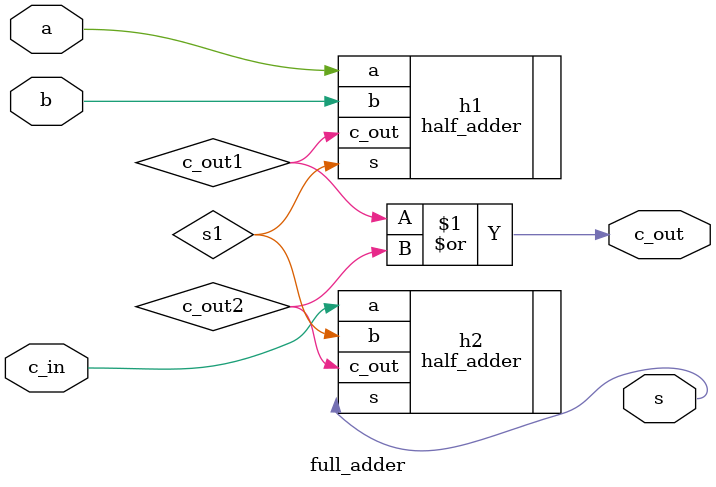
<source format=v>
/**
*	全加器
*/

module full_adder(
	input a,
	input b,
	input c_in,		// 进位输入
	output s,	// 加和输出
	output c_out	// 进位输出
);

wire s1;
wire c_out1;

wire c_out2;

half_adder h1(
	.a(a),
	.b(b),
	.s(s1),
	.c_out(c_out1)
);

half_adder h2(
	.a(c_in),
	.b(s1),
	.s(s),
	.c_out(c_out2)
);

assign c_out = c_out1 | c_out2;

endmodule

</source>
